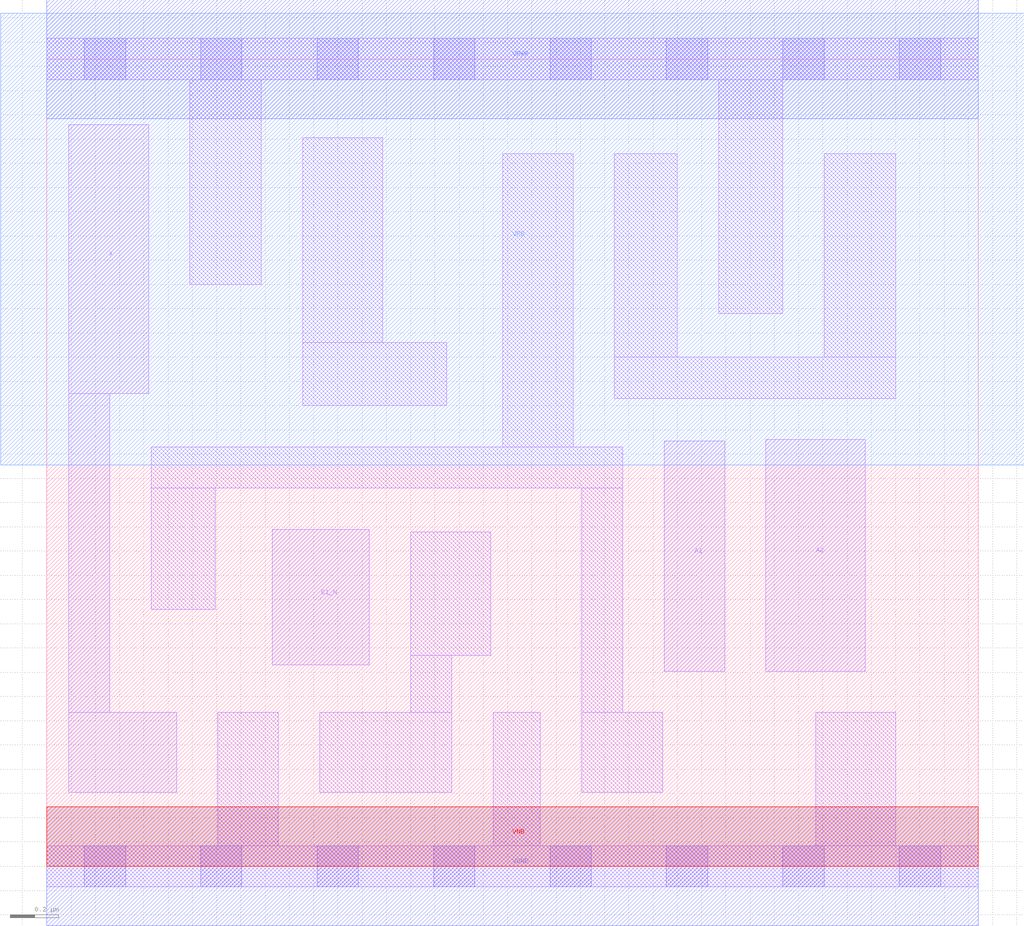
<source format=lef>
# Copyright 2020 The SkyWater PDK Authors
#
# Licensed under the Apache License, Version 2.0 (the "License");
# you may not use this file except in compliance with the License.
# You may obtain a copy of the License at
#
#     https://www.apache.org/licenses/LICENSE-2.0
#
# Unless required by applicable law or agreed to in writing, software
# distributed under the License is distributed on an "AS IS" BASIS,
# WITHOUT WARRANTIES OR CONDITIONS OF ANY KIND, either express or implied.
# See the License for the specific language governing permissions and
# limitations under the License.
#
# SPDX-License-Identifier: Apache-2.0

VERSION 5.7 ;
  NOWIREEXTENSIONATPIN ON ;
  DIVIDERCHAR "/" ;
  BUSBITCHARS "[]" ;
MACRO sky130_fd_sc_lp__a21bo_0
  CLASS CORE ;
  FOREIGN sky130_fd_sc_lp__a21bo_0 ;
  ORIGIN  0.000000  0.000000 ;
  SIZE  3.840000 BY  3.330000 ;
  SYMMETRY X Y R90 ;
  SITE unit ;
  PIN A1
    ANTENNAGATEAREA  0.159000 ;
    DIRECTION INPUT ;
    USE SIGNAL ;
    PORT
      LAYER li1 ;
        RECT 2.545000 0.805000 2.795000 1.755000 ;
    END
  END A1
  PIN A2
    ANTENNAGATEAREA  0.159000 ;
    DIRECTION INPUT ;
    USE SIGNAL ;
    PORT
      LAYER li1 ;
        RECT 2.965000 0.805000 3.375000 1.760000 ;
    END
  END A2
  PIN B1_N
    ANTENNAGATEAREA  0.126000 ;
    DIRECTION INPUT ;
    USE SIGNAL ;
    PORT
      LAYER li1 ;
        RECT 0.930000 0.830000 1.330000 1.390000 ;
    END
  END B1_N
  PIN X
    ANTENNADIFFAREA  0.280900 ;
    DIRECTION OUTPUT ;
    USE SIGNAL ;
    PORT
      LAYER li1 ;
        RECT 0.090000 0.305000 0.535000 0.635000 ;
        RECT 0.090000 0.635000 0.260000 1.950000 ;
        RECT 0.090000 1.950000 0.420000 3.060000 ;
    END
  END X
  PIN VGND
    DIRECTION INOUT ;
    USE GROUND ;
    PORT
      LAYER met1 ;
        RECT 0.000000 -0.245000 3.840000 0.245000 ;
    END
  END VGND
  PIN VNB
    DIRECTION INOUT ;
    USE GROUND ;
    PORT
      LAYER pwell ;
        RECT 0.000000 0.000000 3.840000 0.245000 ;
    END
  END VNB
  PIN VPB
    DIRECTION INOUT ;
    USE POWER ;
    PORT
      LAYER nwell ;
        RECT -0.190000 1.655000 4.030000 3.520000 ;
    END
  END VPB
  PIN VPWR
    DIRECTION INOUT ;
    USE POWER ;
    PORT
      LAYER met1 ;
        RECT 0.000000 3.085000 3.840000 3.575000 ;
    END
  END VPWR
  OBS
    LAYER li1 ;
      RECT 0.000000 -0.085000 3.840000 0.085000 ;
      RECT 0.000000  3.245000 3.840000 3.415000 ;
      RECT 0.430000  1.060000 0.695000 1.560000 ;
      RECT 0.430000  1.560000 2.375000 1.730000 ;
      RECT 0.590000  2.400000 0.885000 3.245000 ;
      RECT 0.705000  0.085000 0.955000 0.635000 ;
      RECT 1.055000  1.900000 1.650000 2.160000 ;
      RECT 1.055000  2.160000 1.385000 3.005000 ;
      RECT 1.125000  0.305000 1.670000 0.635000 ;
      RECT 1.500000  0.635000 1.670000 0.870000 ;
      RECT 1.500000  0.870000 1.830000 1.380000 ;
      RECT 1.840000  0.085000 2.035000 0.635000 ;
      RECT 1.880000  1.730000 2.170000 2.940000 ;
      RECT 2.205000  0.305000 2.540000 0.635000 ;
      RECT 2.205000  0.635000 2.375000 1.560000 ;
      RECT 2.340000  1.930000 3.500000 2.100000 ;
      RECT 2.340000  2.100000 2.600000 2.940000 ;
      RECT 2.770000  2.280000 3.035000 3.245000 ;
      RECT 3.170000  0.085000 3.500000 0.635000 ;
      RECT 3.205000  2.100000 3.500000 2.940000 ;
    LAYER mcon ;
      RECT 0.155000 -0.085000 0.325000 0.085000 ;
      RECT 0.155000  3.245000 0.325000 3.415000 ;
      RECT 0.635000 -0.085000 0.805000 0.085000 ;
      RECT 0.635000  3.245000 0.805000 3.415000 ;
      RECT 1.115000 -0.085000 1.285000 0.085000 ;
      RECT 1.115000  3.245000 1.285000 3.415000 ;
      RECT 1.595000 -0.085000 1.765000 0.085000 ;
      RECT 1.595000  3.245000 1.765000 3.415000 ;
      RECT 2.075000 -0.085000 2.245000 0.085000 ;
      RECT 2.075000  3.245000 2.245000 3.415000 ;
      RECT 2.555000 -0.085000 2.725000 0.085000 ;
      RECT 2.555000  3.245000 2.725000 3.415000 ;
      RECT 3.035000 -0.085000 3.205000 0.085000 ;
      RECT 3.035000  3.245000 3.205000 3.415000 ;
      RECT 3.515000 -0.085000 3.685000 0.085000 ;
      RECT 3.515000  3.245000 3.685000 3.415000 ;
  END
END sky130_fd_sc_lp__a21bo_0
END LIBRARY

</source>
